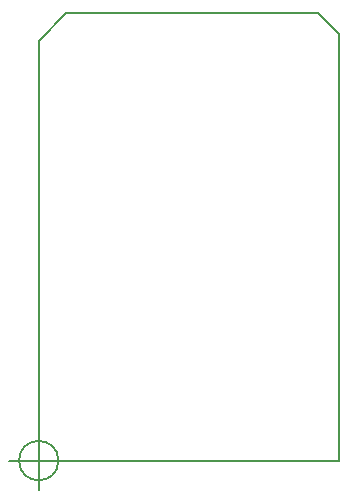
<source format=gko>
G04 #@! TF.FileFunction,Profile,NP*
%FSLAX46Y46*%
G04 Gerber Fmt 4.6, Leading zero omitted, Abs format (unit mm)*
G04 Created by KiCad (PCBNEW 4.0.7) date Sun Jul 15 15:18:44 2018*
%MOMM*%
%LPD*%
G01*
G04 APERTURE LIST*
%ADD10C,0.100000*%
%ADD11C,0.150000*%
G04 APERTURE END LIST*
D10*
D11*
X174386666Y-119380000D02*
G75*
G03X174386666Y-119380000I-1666666J0D01*
G01*
X170220000Y-119380000D02*
X175220000Y-119380000D01*
X172720000Y-116880000D02*
X172720000Y-121880000D01*
X198120000Y-83248500D02*
X198120000Y-119380000D01*
X196342000Y-81470500D02*
X198120000Y-83248500D01*
X175069500Y-81470500D02*
X196342000Y-81470500D01*
X172720000Y-83820000D02*
X175069500Y-81470500D01*
X172720000Y-119380000D02*
X172720000Y-83820000D01*
X198120000Y-119380000D02*
X172720000Y-119380000D01*
M02*

</source>
